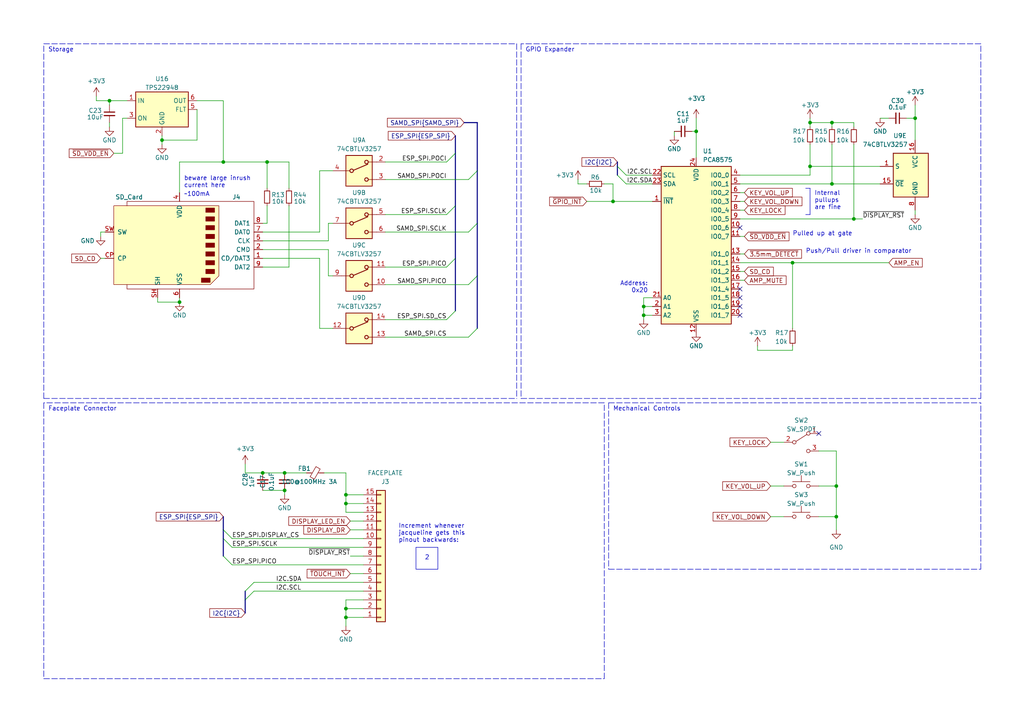
<source format=kicad_sch>
(kicad_sch (version 20230121) (generator eeschema)
  (paper "A4")
  (title_block (title "TANGARA") (date "2023-05-30") (rev "4") (company "made by jacqueline") (comment 1 "SPDX-License-Identifier: CERN-OHL-S-2.0"))
  (lib_symbols
    (symbol "74xx:74CBTLV3257"
      (property "Reference" "U" (at 17.78 1.27 0))
      (property "Value" "74CBTLV3257" (at 15.24 -1.27 0))
      (symbol "74CBTLV3257_1_1"
        (rectangle (start -3.81 4.445) (end 3.81 -4.445) (stroke (width 0.254)) (fill (type background)))
        (circle (center -2.159 0) (radius 0.508) (stroke (width 0.254)))
        (polyline (pts (xy -5.08 0) (xy -2.794 0)))
        (polyline (pts (xy -1.651 0.127) (xy 2.54 1.905)) (stroke (width 0.254)))
        (polyline (pts (xy 5.08 -2.54) (xy 2.794 -2.54)))
        (polyline (pts (xy 5.08 2.54) (xy 2.794 2.54)))
        (circle (center 2.159 -2.54) (radius 0.508) (stroke (width 0.254)))
        (circle (center 2.159 2.54) (radius 0.508) (stroke (width 0.254)))
        (pin passive line (at 7.62 2.54 180) (length 2.54) (name "~") (number "2"))
        (pin passive line (at 7.62 -2.54 180) (length 2.54) (name "~") (number "3"))
        (pin passive line (at -7.62 0 0) (length 2.54) (name "~") (number "4"))
      )
      (symbol "74CBTLV3257_2_1"
        (rectangle (start -3.81 4.445) (end 3.81 -4.445) (stroke (width 0.254)) (fill (type background)))
        (circle (center -2.159 0) (radius 0.508) (stroke (width 0.254)))
        (polyline (pts (xy -5.08 0) (xy -2.794 0)))
        (polyline (pts (xy -1.651 0.127) (xy 2.54 1.905)) (stroke (width 0.254)))
        (polyline (pts (xy 5.08 -2.54) (xy 2.794 -2.54)))
        (polyline (pts (xy 5.08 2.54) (xy 2.794 2.54)))
        (circle (center 2.159 -2.54) (radius 0.508) (stroke (width 0.254)))
        (circle (center 2.159 2.54) (radius 0.508) (stroke (width 0.254)))
        (pin passive line (at 7.62 2.54 180) (length 2.54) (name "~") (number "5"))
        (pin passive line (at 7.62 -2.54 180) (length 2.54) (name "~") (number "6"))
        (pin passive line (at -7.62 0 0) (length 2.54) (name "~") (number "7"))
      )
      (symbol "74CBTLV3257_3_1"
        (rectangle (start -3.81 4.445) (end 3.81 -4.445) (stroke (width 0.254)) (fill (type background)))
        (circle (center -2.159 0) (radius 0.508) (stroke (width 0.254)))
        (polyline (pts (xy -5.08 0) (xy -2.794 0)))
        (polyline (pts (xy -1.651 0.127) (xy 2.54 1.905)) (stroke (width 0.254)))
        (polyline (pts (xy 5.08 -2.54) (xy 2.794 -2.54)))
        (polyline (pts (xy 5.08 2.54) (xy 2.794 2.54)))
        (circle (center 2.159 -2.54) (radius 0.508) (stroke (width 0.254)))
        (circle (center 2.159 2.54) (radius 0.508) (stroke (width 0.254)))
        (pin passive line (at 7.62 -2.54 180) (length 2.54) (name "~") (number "10"))
        (pin passive line (at 7.62 2.54 180) (length 2.54) (name "~") (number "11"))
        (pin passive line (at -7.62 0 0) (length 2.54) (name "~") (number "9"))
      )
      (symbol "74CBTLV3257_4_1"
        (rectangle (start -3.81 4.445) (end 3.81 -4.445) (stroke (width 0.254)) (fill (type background)))
        (circle (center -2.159 0) (radius 0.508) (stroke (width 0.254)))
        (polyline (pts (xy -5.08 0) (xy -2.794 0)))
        (polyline (pts (xy -1.651 0.127) (xy 2.54 1.905)) (stroke (width 0.254)))
        (polyline (pts (xy 5.08 -2.54) (xy 2.794 -2.54)))
        (polyline (pts (xy 5.08 2.54) (xy 2.794 2.54)))
        (circle (center 2.159 -2.54) (radius 0.508) (stroke (width 0.254)))
        (circle (center 2.159 2.54) (radius 0.508) (stroke (width 0.254)))
        (pin passive line (at -7.62 0 0) (length 2.54) (name "~") (number "12"))
        (pin passive line (at 7.62 -2.54 180) (length 2.54) (name "~") (number "13"))
        (pin passive line (at 7.62 2.54 180) (length 2.54) (name "~") (number "14"))
      )
      (symbol "74CBTLV3257_5_1"
        (rectangle (start 3.81 6.35) (end -6.35 -6.35) (stroke (width 0.254)) (fill (type background)))
        (pin input line (at -10.16 2.54 0) (length 3.81) (name "S") (number "1"))
        (pin input line (at -10.16 -2.54 0) (length 3.81) (name "~{OE}") (number "15"))
        (pin power_in line (at 0 10.16 270) (length 3.81) (name "VCC") (number "16"))
        (pin power_in line (at 0 -10.16 90) (length 3.81) (name "GND") (number "8"))
      )
    )
    (symbol "Connector_Generic:Conn_01x15" (pin_names (offset 1.016) hide)
      (property "Reference" "J" (at 0 20.32 0))
      (property "Value" "Conn_01x15" (at 0 -20.32 0))
      (symbol "Conn_01x15_1_1"
        (rectangle (start -1.27 -17.653) (end 0 -17.907) (stroke (width 0.1524)))
        (rectangle (start -1.27 -15.113) (end 0 -15.367) (stroke (width 0.1524)))
        (rectangle (start -1.27 -12.573) (end 0 -12.827) (stroke (width 0.1524)))
        (rectangle (start -1.27 -10.033) (end 0 -10.287) (stroke (width 0.1524)))
        (rectangle (start -1.27 -7.493) (end 0 -7.747) (stroke (width 0.1524)))
        (rectangle (start -1.27 -4.953) (end 0 -5.207) (stroke (width 0.1524)))
        (rectangle (start -1.27 -2.413) (end 0 -2.667) (stroke (width 0.1524)))
        (rectangle (start -1.27 0.127) (end 0 -0.127) (stroke (width 0.1524)))
        (rectangle (start -1.27 2.667) (end 0 2.413) (stroke (width 0.1524)))
        (rectangle (start -1.27 5.207) (end 0 4.953) (stroke (width 0.1524)))
        (rectangle (start -1.27 7.747) (end 0 7.493) (stroke (width 0.1524)))
        (rectangle (start -1.27 10.287) (end 0 10.033) (stroke (width 0.1524)))
        (rectangle (start -1.27 12.827) (end 0 12.573) (stroke (width 0.1524)))
        (rectangle (start -1.27 15.367) (end 0 15.113) (stroke (width 0.1524)))
        (rectangle (start -1.27 17.907) (end 0 17.653) (stroke (width 0.1524)))
        (rectangle (start -1.27 19.05) (end 1.27 -19.05) (stroke (width 0.254)) (fill (type background)))
        (pin passive line (at -5.08 17.78 0) (length 3.81) (name "Pin_1") (number "1"))
        (pin passive line (at -5.08 -5.08 0) (length 3.81) (name "Pin_10") (number "10"))
        (pin passive line (at -5.08 -7.62 0) (length 3.81) (name "Pin_11") (number "11"))
        (pin passive line (at -5.08 -10.16 0) (length 3.81) (name "Pin_12") (number "12"))
        (pin passive line (at -5.08 -12.7 0) (length 3.81) (name "Pin_13") (number "13"))
        (pin passive line (at -5.08 -15.24 0) (length 3.81) (name "Pin_14") (number "14"))
        (pin passive line (at -5.08 -17.78 0) (length 3.81) (name "Pin_15") (number "15"))
        (pin passive line (at -5.08 15.24 0) (length 3.81) (name "Pin_2") (number "2"))
        (pin passive line (at -5.08 12.7 0) (length 3.81) (name "Pin_3") (number "3"))
        (pin passive line (at -5.08 10.16 0) (length 3.81) (name "Pin_4") (number "4"))
        (pin passive line (at -5.08 7.62 0) (length 3.81) (name "Pin_5") (number "5"))
        (pin passive line (at -5.08 5.08 0) (length 3.81) (name "Pin_6") (number "6"))
        (pin passive line (at -5.08 2.54 0) (length 3.81) (name "Pin_7") (number "7"))
        (pin passive line (at -5.08 0 0) (length 3.81) (name "Pin_8") (number "8"))
        (pin passive line (at -5.08 -2.54 0) (length 3.81) (name "Pin_9") (number "9"))
      )
    )
    (symbol "Device:C_Small" (pin_numbers hide) (pin_names (offset 0.254) hide)
      (property "Reference" "C" (at 0.254 1.778 0))
      (property "Value" "C_Small" (at 0.254 -2.032 0))
      (symbol "C_Small_0_1"
        (polyline (pts (xy -1.524 -0.508) (xy 1.524 -0.508)) (stroke (width 0.3302)))
        (polyline (pts (xy -1.524 0.508) (xy 1.524 0.508)) (stroke (width 0.3048)))
      )
      (symbol "C_Small_1_1"
        (pin passive line (at 0 2.54 270) (length 2.032) (name "~") (number "1"))
        (pin passive line (at 0 -2.54 90) (length 2.032) (name "~") (number "2"))
      )
    )
    (symbol "Device:Ferrite_Bead_Small" (pin_numbers hide) (pin_names (offset 0))
      (property "Reference" "FB" (at 1.905 1.27 0))
      (property "Value" "Device_Ferrite_Bead_Small" (at 1.905 -1.27 0))
      (symbol "Ferrite_Bead_Small_0_1"
        (polyline (pts (xy 0 -1.27) (xy 0 -0.7874)))
        (polyline (pts (xy 0 0.889) (xy 0 1.2954)))
        (polyline (pts (xy -1.8288 0.2794) (xy -1.1176 1.4986) (xy 1.8288 -0.2032) (xy 1.1176 -1.4224) (xy -1.8288 0.2794)))
      )
      (symbol "Ferrite_Bead_Small_1_1"
        (pin passive line (at 0 2.54 270) (length 1.27) (name "~") (number "1"))
        (pin passive line (at 0 -2.54 90) (length 1.27) (name "~") (number "2"))
      )
    )
    (symbol "Device:R_Small" (pin_numbers hide) (pin_names (offset 0.254) hide)
      (property "Reference" "R" (at 0.762 0.508 0))
      (property "Value" "R_Small" (at 0.762 -1.016 0))
      (symbol "R_Small_0_1"
        (rectangle (start -0.762 1.778) (end 0.762 -1.778) (stroke (width 0.2032)))
      )
      (symbol "R_Small_1_1"
        (pin passive line (at 0 2.54 270) (length 0.762) (name "~") (number "1"))
        (pin passive line (at 0 -2.54 90) (length 0.762) (name "~") (number "2"))
      )
    )
    (symbol "Interface_Expansion:PCA9555D"
      (property "Reference" "U" (at -8.89 24.13 0))
      (property "Value" "PCA9555D" (at 6.35 24.13 0))
      (symbol "PCA9555D_0_1"
        (rectangle (start -10.16 22.86) (end 10.16 -22.86) (stroke (width 0.254)) (fill (type background)))
      )
      (symbol "PCA9555D_1_1"
        (pin open_collector line (at -12.7 12.7 0) (length 2.54) (name "~{INT}") (number "1"))
        (pin bidirectional line (at 12.7 5.08 180) (length 2.54) (name "IO0_6") (number "10"))
        (pin bidirectional line (at 12.7 2.54 180) (length 2.54) (name "IO0_7") (number "11"))
        (pin power_in line (at 0 -25.4 90) (length 2.54) (name "VSS") (number "12"))
        (pin bidirectional line (at 12.7 -2.54 180) (length 2.54) (name "IO1_0") (number "13"))
        (pin bidirectional line (at 12.7 -5.08 180) (length 2.54) (name "IO1_1") (number "14"))
        (pin bidirectional line (at 12.7 -7.62 180) (length 2.54) (name "IO1_2") (number "15"))
        (pin bidirectional line (at 12.7 -10.16 180) (length 2.54) (name "IO1_3") (number "16"))
        (pin bidirectional line (at 12.7 -12.7 180) (length 2.54) (name "IO1_4") (number "17"))
        (pin bidirectional line (at 12.7 -15.24 180) (length 2.54) (name "IO1_5") (number "18"))
        (pin bidirectional line (at 12.7 -17.78 180) (length 2.54) (name "IO1_6") (number "19"))
        (pin input line (at -12.7 -17.78 0) (length 2.54) (name "A1") (number "2"))
        (pin bidirectional line (at 12.7 -20.32 180) (length 2.54) (name "IO1_7") (number "20"))
        (pin input line (at -12.7 -15.24 0) (length 2.54) (name "A0") (number "21"))
        (pin input line (at -12.7 20.32 0) (length 2.54) (name "SCL") (number "22"))
        (pin bidirectional line (at -12.7 17.78 0) (length 2.54) (name "SDA") (number "23"))
        (pin power_in line (at 0 25.4 270) (length 2.54) (name "VDD") (number "24"))
        (pin input line (at -12.7 -20.32 0) (length 2.54) (name "A2") (number "3"))
        (pin bidirectional line (at 12.7 20.32 180) (length 2.54) (name "IO0_0") (number "4"))
        (pin bidirectional line (at 12.7 17.78 180) (length 2.54) (name "IO0_1") (number "5"))
        (pin bidirectional line (at 12.7 15.24 180) (length 2.54) (name "IO0_2") (number "6"))
        (pin bidirectional line (at 12.7 12.7 180) (length 2.54) (name "IO0_3") (number "7"))
        (pin bidirectional line (at 12.7 10.16 180) (length 2.54) (name "IO0_4") (number "8"))
        (pin bidirectional line (at 12.7 7.62 180) (length 2.54) (name "IO0_5") (number "9"))
      )
    )
    (symbol "Switch:SW_Push" (pin_numbers hide) (pin_names (offset 1.016) hide)
      (property "Reference" "SW" (at 1.27 2.54 0))
      (property "Value" "SW_Push" (at 0 -1.524 0))
      (symbol "SW_Push_0_1"
        (circle (center -2.032 0) (radius 0.508))
        (polyline (pts (xy 0 1.27) (xy 0 3.048)))
        (polyline (pts (xy 2.54 1.27) (xy -2.54 1.27)))
        (circle (center 2.032 0) (radius 0.508))
        (pin passive line (at -5.08 0 0) (length 2.54) (name "1") (number "1"))
        (pin passive line (at 5.08 0 180) (length 2.54) (name "2") (number "2"))
      )
    )
    (symbol "Switch:SW_SPDT" (pin_names (offset 0) hide)
      (property "Reference" "SW" (at 0 4.318 0))
      (property "Value" "SW_SPDT" (at 0 -5.08 0))
      (symbol "SW_SPDT_0_0"
        (circle (center -2.032 0) (radius 0.508))
        (circle (center 2.032 -2.54) (radius 0.508))
      )
      (symbol "SW_SPDT_0_1"
        (polyline (pts (xy -1.524 0.254) (xy 1.651 2.286)))
        (circle (center 2.032 2.54) (radius 0.508))
      )
      (symbol "SW_SPDT_1_1"
        (pin passive line (at 5.08 2.54 180) (length 2.54) (name "A") (number "1"))
        (pin passive line (at -5.08 0 0) (length 2.54) (name "B") (number "2"))
        (pin passive line (at 5.08 -2.54 180) (length 2.54) (name "C") (number "3"))
      )
    )
    (symbol "power:+3V3" (power) (pin_names (offset 0))
      (property "Value" "+3V3" (at 0 3.556 0))
      (symbol "+3V3_0_1"
        (polyline (pts (xy -0.762 1.27) (xy 0 2.54)))
        (polyline (pts (xy 0 0) (xy 0 2.54)))
        (polyline (pts (xy 0 2.54) (xy 0.762 1.27)))
      )
      (symbol "+3V3_1_1"
        (pin power_in line (at 0 0 90) (length 0) hide (name "+3V3") (number "1"))
      )
    )
    (symbol "power:GND" (power) (pin_names (offset 0))
      (property "Value" "GND" (at 0 -3.81 0))
      (symbol "GND_0_1"
        (polyline (pts (xy 0 0) (xy 0 -1.27) (xy 1.27 -1.27) (xy 0 -2.54) (xy -1.27 -1.27) (xy 0 -1.27)))
      )
      (symbol "GND_1_1"
        (pin power_in line (at 0 0 270) (length 0) hide (name "GND") (number "1"))
      )
    )
    (symbol "symbols:SD_Card" (pin_names (offset 1.016))
      (property "Reference" "J" (at -16.51 13.97 0))
      (property "Value" "SD_Card" (at 15.24 -13.97 0))
      (symbol "SD_Card_0_1"
        (rectangle (start -8.89 -9.525) (end -6.35 -10.795) (fill (type outline)))
        (rectangle (start -8.89 -6.985) (end -6.35 -8.255) (fill (type outline)))
        (rectangle (start -8.89 -4.445) (end -6.35 -5.715) (fill (type outline)))
        (rectangle (start -8.89 -1.905) (end -6.35 -3.175) (fill (type outline)))
        (rectangle (start -8.89 0.635) (end -6.35 -0.635) (fill (type outline)))
        (rectangle (start -8.89 3.175) (end -6.35 1.905) (fill (type outline)))
        (rectangle (start -8.89 5.715) (end -6.35 4.445) (fill (type outline)))
        (rectangle (start -8.89 8.255) (end -6.35 6.985) (fill (type outline)))
        (rectangle (start -7.62 10.795) (end -5.08 9.525) (fill (type outline)))
        (polyline (pts (xy -10.16 8.89) (xy -7.62 11.43) (xy 20.32 11.43) (xy 20.32 -11.43) (xy -10.16 -11.43) (xy -10.16 8.89)) (fill (type background)))
        (polyline (pts (xy 16.51 11.43) (xy 16.51 12.7) (xy -20.32 12.7) (xy -20.32 -12.7) (xy 16.51 -12.7) (xy 16.51 -11.43)))
      )
      (symbol "SD_Card_1_1"
        (pin input line (at -22.86 3.81 0) (length 2.54) (name "CD/DAT3") (number "1"))
        (pin input line (at -22.86 1.27 0) (length 2.54) (name "CMD") (number "2"))
        (pin power_in line (at 1.27 15.24 270) (length 2.54) hide (name "VSS") (number "3"))
        (pin power_in line (at 1.27 -15.24 90) (length 2.54) (name "VDD") (number "4"))
        (pin input line (at -22.86 -1.27 0) (length 2.54) (name "CLK") (number "5"))
        (pin power_in line (at 1.27 15.24 270) (length 2.54) (name "VSS") (number "6"))
        (pin input line (at -22.86 -3.81 0) (length 2.54) (name "DAT0") (number "7"))
        (pin input line (at -22.86 -6.35 0) (length 2.54) (name "DAT1") (number "8"))
        (pin input line (at -22.86 6.35 0) (length 2.54) (name "DAT2") (number "9"))
        (pin input line (at 22.86 3.81 180) (length 2.54) (name "CP") (number "CP"))
        (pin input line (at 7.62 15.24 270) (length 2.54) (name "SH") (number "SH"))
        (pin input line (at 22.86 -3.81 180) (length 2.54) (name "SW") (number "SW"))
      )
    )
    (symbol "symbols:TPS22917DBV"
      (property "Reference" "U" (at -6.35 6.35 0))
      (property "Value" "TPS22948" (at 2.54 6.35 0))
      (symbol "TPS22917DBV_0_1"
        (rectangle (start -7.62 5.08) (end 7.62 -5.08) (stroke (width 0.254)) (fill (type background)))
      )
      (symbol "TPS22917DBV_1_1"
        (pin power_in line (at -10.16 2.54 0) (length 2.54) (name "IN") (number "1"))
        (pin power_in line (at 0 -7.62 90) (length 2.54) (name "GND") (number "2"))
        (pin input line (at -10.16 -2.54 0) (length 2.54) (name "ON") (number "3"))
        (pin no_connect line (at -7.62 0 0) (length 2.54) hide (name "NC") (number "4"))
        (pin open_collector line (at 10.16 0 180) (length 2.54) (name "FLT") (number "5"))
        (pin power_out line (at 10.16 2.54 180) (length 2.54) (name "OUT") (number "6"))
      )
    )
  )
  (junction (at 82.55 137.16))
  (junction (at 186.69 91.44))
  (junction (at 100.33 146.05))
  (junction (at 46.99 40.64))
  (junction (at 64.77 46.99))
  (junction (at 52.07 87.63))
  (junction (at 100.33 176.53))
  (junction (at 234.95 48.26))
  (junction (at 100.33 179.07))
  (junction (at 265.43 34.29))
  (junction (at 76.2 137.16))
  (junction (at 82.55 142.24))
  (junction (at 242.57 149.86))
  (junction (at 234.95 35.56))
  (junction (at 241.3 53.34))
  (junction (at 100.33 143.51))
  (junction (at 229.87 76.2))
  (junction (at 31.75 29.21))
  (junction (at 201.93 38.1))
  (junction (at 186.69 88.9))
  (junction (at 241.3 35.56))
  (junction (at 247.65 63.5))
  (junction (at 242.57 140.97))
  (junction (at 77.47 46.99))
  (junction (at 177.8 58.42))
  (no_connect (at 214.63 86.36))
  (no_connect (at 214.63 83.82))
  (no_connect (at 214.63 91.44))
  (no_connect (at 237.49 125.73))
  (no_connect (at 214.63 88.9))
  (no_connect (at 214.63 66.04))
  (bus_entry (at 67.31 158.75) (size -2.54 -2.54))
  (bus_entry (at 179.07 48.26) (size 2.54 2.54))
  (bus_entry (at 129.54 77.47) (size 2.54 -2.54))
  (bus_entry (at 129.54 92.71) (size 2.54 -2.54))
  (bus_entry (at 129.54 46.99) (size 2.54 -2.54))
  (bus_entry (at 129.54 62.23) (size 2.54 -2.54))
  (bus_entry (at 179.07 50.8) (size 2.54 2.54))
  (bus_entry (at 135.89 52.07) (size 2.54 -2.54))
  (bus_entry (at 135.89 82.55) (size 2.54 -2.54))
  (bus_entry (at 135.89 67.31) (size 2.54 -2.54))
  (bus_entry (at 67.31 163.83) (size -2.54 -2.54))
  (bus_entry (at 71.12 171.45) (size 2.54 -2.54))
  (bus_entry (at 71.12 173.99) (size 2.54 -2.54))
  (bus_entry (at 135.89 97.79) (size 2.54 -2.54))
  (bus_entry (at 67.31 156.21) (size -2.54 -2.54))
  (wire (pts (xy 186.69 88.9) (xy 186.69 91.44)))
  (wire (pts (xy 186.69 91.44) (xy 186.69 92.71)))
  (bus (pts (xy 64.77 153.67) (xy 64.77 156.21)))
  (wire (pts (xy 242.57 140.97) (xy 242.57 149.86)))
  (wire (pts (xy 67.31 156.21) (xy 105.41 156.21)))
  (polyline (pts (xy 12.7 12.7) (xy 149.86 12.7)) (stroke (width 0) (type dash)))
  (polyline (pts (xy 176.53 116.84) (xy 176.53 165.1)) (stroke (width 0) (type dash)))
  (wire (pts (xy 219.71 100.33) (xy 219.71 101.6)))
  (wire (pts (xy 93.98 137.16) (xy 100.33 137.16)))
  (wire (pts (xy 237.49 130.81) (xy 242.57 130.81)))
  (wire (pts (xy 234.95 41.91) (xy 234.95 48.26)))
  (wire (pts (xy 76.2 142.24) (xy 82.55 142.24)))
  (wire (pts (xy 250.19 63.5) (xy 247.65 63.5)))
  (bus (pts (xy 134.62 35.56) (xy 138.43 35.56)))
  (polyline (pts (xy 234.95 62.23) (xy 234.95 54.61)))
  (wire (pts (xy 100.33 179.07) (xy 105.41 179.07)))
  (bus (pts (xy 71.12 171.45) (xy 71.12 173.99)))
  (wire (pts (xy 52.07 87.63) (xy 52.07 86.36)))
  (wire (pts (xy 265.43 30.48) (xy 265.43 34.29)))
  (wire (pts (xy 201.93 34.29) (xy 201.93 38.1)))
  (wire (pts (xy 92.71 49.53) (xy 92.71 67.31)))
  (wire (pts (xy 57.15 40.64) (xy 46.99 40.64)))
  (wire (pts (xy 214.63 76.2) (xy 229.87 76.2)))
  (wire (pts (xy 57.15 29.21) (xy 64.77 29.21)))
  (wire (pts (xy 101.6 153.67) (xy 105.41 153.67)))
  (wire (pts (xy 177.8 53.34) (xy 177.8 58.42)))
  (wire (pts (xy 77.47 46.99) (xy 83.82 46.99)))
  (wire (pts (xy 215.9 81.28) (xy 214.63 81.28)))
  (bus (pts (xy 132.08 44.45) (xy 132.08 59.69)))
  (wire (pts (xy 234.95 50.8) (xy 234.95 48.26)))
  (wire (pts (xy 31.75 35.56) (xy 31.75 36.83)))
  (wire (pts (xy 242.57 130.81) (xy 242.57 140.97)))
  (wire (pts (xy 175.26 53.34) (xy 177.8 53.34)))
  (wire (pts (xy 241.3 35.56) (xy 247.65 35.56)))
  (polyline (pts (xy 176.53 116.84) (xy 284.48 116.84)) (stroke (width 0) (type dash)))
  (wire (pts (xy 214.63 58.42) (xy 215.9 58.42)))
  (wire (pts (xy 35.56 34.29) (xy 35.56 44.45)))
  (wire (pts (xy 170.18 58.42) (xy 177.8 58.42)))
  (wire (pts (xy 214.63 53.34) (xy 241.3 53.34)))
  (wire (pts (xy 95.25 72.39) (xy 95.25 80.01)))
  (polyline (pts (xy 151.13 12.7) (xy 151.13 115.57)) (stroke (width 0) (type dash)))
  (wire (pts (xy 247.65 41.91) (xy 247.65 63.5)))
  (wire (pts (xy 76.2 137.16) (xy 82.55 137.16)))
  (wire (pts (xy 100.33 181.61) (xy 100.33 179.07)))
  (wire (pts (xy 67.31 158.75) (xy 105.41 158.75)))
  (wire (pts (xy 181.61 53.34) (xy 189.23 53.34)))
  (wire (pts (xy 31.75 29.21) (xy 31.75 30.48)))
  (wire (pts (xy 100.33 176.53) (xy 100.33 179.07)))
  (wire (pts (xy 92.71 74.93) (xy 92.71 95.25)))
  (wire (pts (xy 100.33 137.16) (xy 100.33 143.51)))
  (wire (pts (xy 45.72 86.36) (xy 45.72 87.63)))
  (wire (pts (xy 111.76 97.79) (xy 135.89 97.79)))
  (wire (pts (xy 167.64 53.34) (xy 170.18 53.34)))
  (wire (pts (xy 76.2 67.31) (xy 92.71 67.31)))
  (wire (pts (xy 29.21 67.31) (xy 29.21 68.58)))
  (polyline (pts (xy 151.13 115.57) (xy 284.48 115.57)) (stroke (width 0) (type dash)))
  (wire (pts (xy 71.12 137.16) (xy 76.2 137.16)))
  (wire (pts (xy 46.99 39.37) (xy 46.99 40.64)))
  (wire (pts (xy 247.65 35.56) (xy 247.65 36.83)))
  (bus (pts (xy 132.08 74.93) (xy 132.08 90.17)))
  (wire (pts (xy 189.23 88.9) (xy 186.69 88.9)))
  (wire (pts (xy 64.77 29.21) (xy 64.77 46.99)))
  (wire (pts (xy 189.23 86.36) (xy 186.69 86.36)))
  (wire (pts (xy 237.49 140.97) (xy 242.57 140.97)))
  (wire (pts (xy 200.66 38.1) (xy 201.93 38.1)))
  (bus (pts (xy 138.43 35.56) (xy 138.43 49.53)))
  (wire (pts (xy 95.25 80.01) (xy 96.52 80.01)))
  (wire (pts (xy 71.12 134.62) (xy 71.12 137.16)))
  (wire (pts (xy 229.87 100.33) (xy 229.87 101.6)))
  (bus (pts (xy 179.07 46.99) (xy 179.07 48.26)))
  (wire (pts (xy 101.6 161.29) (xy 105.41 161.29)))
  (wire (pts (xy 92.71 95.25) (xy 96.52 95.25)))
  (wire (pts (xy 33.02 44.45) (xy 35.56 44.45)))
  (wire (pts (xy 64.77 46.99) (xy 77.47 46.99)))
  (polyline (pts (xy 284.48 165.1) (xy 284.48 116.84)) (stroke (width 0) (type dash)))
  (wire (pts (xy 215.9 68.58) (xy 214.63 68.58)))
  (wire (pts (xy 255.27 34.29) (xy 257.81 34.29)))
  (wire (pts (xy 77.47 46.99) (xy 77.47 54.61)))
  (wire (pts (xy 214.63 55.88) (xy 215.9 55.88)))
  (wire (pts (xy 95.25 69.85) (xy 95.25 64.77)))
  (wire (pts (xy 234.95 48.26) (xy 255.27 48.26)))
  (wire (pts (xy 214.63 50.8) (xy 234.95 50.8)))
  (wire (pts (xy 111.76 92.71) (xy 129.54 92.71)))
  (wire (pts (xy 57.15 31.75) (xy 57.15 40.64)))
  (wire (pts (xy 234.95 35.56) (xy 234.95 36.83)))
  (polyline (pts (xy 12.7 196.85) (xy 175.26 196.85)) (stroke (width 0) (type dash)))
  (wire (pts (xy 100.33 143.51) (xy 105.41 143.51)))
  (wire (pts (xy 177.8 58.42) (xy 189.23 58.42)))
  (wire (pts (xy 111.76 77.47) (xy 129.54 77.47)))
  (wire (pts (xy 111.76 52.07) (xy 135.89 52.07)))
  (wire (pts (xy 101.6 166.37) (xy 105.41 166.37)))
  (wire (pts (xy 73.66 171.45) (xy 105.41 171.45)))
  (bus (pts (xy 179.07 48.26) (xy 179.07 50.8)))
  (wire (pts (xy 195.58 38.1) (xy 195.58 39.37)))
  (wire (pts (xy 167.64 52.07) (xy 167.64 53.34)))
  (wire (pts (xy 83.82 54.61) (xy 83.82 46.99)))
  (wire (pts (xy 219.71 101.6) (xy 229.87 101.6)))
  (wire (pts (xy 215.9 73.66) (xy 214.63 73.66)))
  (polyline (pts (xy 12.7 115.57) (xy 149.86 115.57)) (stroke (width 0) (type dash)))
  (wire (pts (xy 247.65 63.5) (xy 214.63 63.5)))
  (bus (pts (xy 138.43 64.77) (xy 138.43 80.01)))
  (wire (pts (xy 241.3 53.34) (xy 255.27 53.34)))
  (wire (pts (xy 229.87 76.2) (xy 257.81 76.2)))
  (polyline (pts (xy 175.26 196.85) (xy 175.26 116.84)) (stroke (width 0) (type dash)))
  (wire (pts (xy 100.33 148.59) (xy 100.33 146.05)))
  (wire (pts (xy 265.43 34.29) (xy 265.43 40.64)))
  (polyline (pts (xy 12.7 115.57) (xy 12.7 12.7)) (stroke (width 0) (type dash)))
  (wire (pts (xy 105.41 146.05) (xy 100.33 146.05)))
  (polyline (pts (xy 176.53 165.1) (xy 284.48 165.1)) (stroke (width 0) (type dash)))
  (wire (pts (xy 265.43 62.23) (xy 265.43 60.96)))
  (wire (pts (xy 46.99 41.91) (xy 46.99 40.64)))
  (wire (pts (xy 111.76 82.55) (xy 135.89 82.55)))
  (polyline (pts (xy 12.7 116.84) (xy 12.7 196.85)) (stroke (width 0) (type dash)))
  (bus (pts (xy 64.77 156.21) (xy 64.77 161.29)))
  (bus (pts (xy 132.08 39.37) (xy 132.08 44.45)))
  (wire (pts (xy 73.66 168.91) (xy 105.41 168.91)))
  (wire (pts (xy 52.07 55.88) (xy 52.07 46.99)))
  (wire (pts (xy 27.94 29.21) (xy 31.75 29.21)))
  (wire (pts (xy 111.76 67.31) (xy 135.89 67.31)))
  (polyline (pts (xy 175.26 116.84) (xy 12.7 116.84)) (stroke (width 0) (type dash)))
  (wire (pts (xy 77.47 59.69) (xy 77.47 64.77)))
  (wire (pts (xy 201.93 38.1) (xy 201.93 45.72)))
  (wire (pts (xy 234.95 35.56) (xy 241.3 35.56)))
  (wire (pts (xy 82.55 142.24) (xy 82.55 143.51)))
  (polyline (pts (xy 233.68 62.23) (xy 234.95 62.23)))
  (bus (pts (xy 132.08 59.69) (xy 132.08 74.93)))
  (wire (pts (xy 36.83 34.29) (xy 35.56 34.29)))
  (wire (pts (xy 101.6 151.13) (xy 105.41 151.13)))
  (wire (pts (xy 83.82 59.69) (xy 83.82 77.47)))
  (wire (pts (xy 96.52 49.53) (xy 92.71 49.53)))
  (wire (pts (xy 31.75 29.21) (xy 36.83 29.21)))
  (wire (pts (xy 76.2 64.77) (xy 77.47 64.77)))
  (polyline (pts (xy 284.48 12.7) (xy 151.13 12.7)) (stroke (width 0) (type dash)))
  (wire (pts (xy 30.48 67.31) (xy 29.21 67.31)))
  (wire (pts (xy 76.2 72.39) (xy 95.25 72.39)))
  (polyline (pts (xy 233.68 54.61) (xy 234.95 54.61)))
  (wire (pts (xy 105.41 148.59) (xy 100.33 148.59)))
  (wire (pts (xy 241.3 41.91) (xy 241.3 53.34)))
  (wire (pts (xy 262.89 34.29) (xy 265.43 34.29)))
  (wire (pts (xy 100.33 173.99) (xy 100.33 176.53)))
  (wire (pts (xy 76.2 74.93) (xy 92.71 74.93)))
  (polyline (pts (xy 149.86 12.7) (xy 149.86 115.57)) (stroke (width 0) (type dash)))
  (wire (pts (xy 111.76 46.99) (xy 129.54 46.99)))
  (wire (pts (xy 215.9 78.74) (xy 214.63 78.74)))
  (wire (pts (xy 234.95 34.29) (xy 234.95 35.56)))
  (wire (pts (xy 82.55 137.16) (xy 88.9 137.16)))
  (wire (pts (xy 111.76 62.23) (xy 129.54 62.23)))
  (bus (pts (xy 64.77 149.86) (xy 64.77 153.67)))
  (wire (pts (xy 76.2 69.85) (xy 95.25 69.85)))
  (wire (pts (xy 181.61 50.8) (xy 189.23 50.8)))
  (wire (pts (xy 95.25 64.77) (xy 96.52 64.77)))
  (wire (pts (xy 237.49 149.86) (xy 242.57 149.86)))
  (bus (pts (xy 71.12 173.99) (xy 71.12 177.8)))
  (wire (pts (xy 100.33 146.05) (xy 100.33 143.51)))
  (wire (pts (xy 189.23 91.44) (xy 186.69 91.44)))
  (wire (pts (xy 45.72 87.63) (xy 52.07 87.63)))
  (wire (pts (xy 242.57 149.86) (xy 242.57 153.67)))
  (polyline (pts (xy 284.48 115.57) (xy 284.48 12.7)) (stroke (width 0) (type dash)))
  (wire (pts (xy 27.94 27.94) (xy 27.94 29.21)))
  (wire (pts (xy 186.69 86.36) (xy 186.69 88.9)))
  (wire (pts (xy 223.52 140.97) (xy 227.33 140.97)))
  (wire (pts (xy 52.07 46.99) (xy 64.77 46.99)))
  (bus (pts (xy 138.43 49.53) (xy 138.43 64.77)))
  (wire (pts (xy 215.9 60.96) (xy 214.63 60.96)))
  (wire (pts (xy 105.41 176.53) (xy 100.33 176.53)))
  (wire (pts (xy 76.2 77.47) (xy 83.82 77.47)))
  (wire (pts (xy 105.41 173.99) (xy 100.33 173.99)))
  (wire (pts (xy 223.52 149.86) (xy 227.33 149.86)))
  (bus (pts (xy 138.43 80.01) (xy 138.43 95.25)))
  (wire (pts (xy 67.31 163.83) (xy 105.41 163.83)))
  (wire (pts (xy 241.3 35.56) (xy 241.3 36.83)))
  (wire (pts (xy 229.87 76.2) (xy 229.87 95.25)))
  (wire (pts (xy 29.21 74.93) (xy 30.48 74.93)))
  (wire (pts (xy 223.52 128.27) (xy 227.33 128.27)))
  (rectangle (start 120.65 158.75) (end 127 165.1))
  (text "GPIO Expander" (at 152.4 15.24 0) (effects (font (size 1.27 1.27)) (justify left bottom)))
  (text "beware large inrush\ncurrent here" (at 53.34 54.61 0) (effects (font (size 1.27 1.27)) (justify left bottom)))
  (text "Internal\npullups\nare fine" (at 236.22 60.96 0) (effects (font (size 1.27 1.27)) (justify left bottom)))
  (text "~100mA" (at 53.34 57.15 0) (effects (font (size 1.27 1.27)) (justify left bottom)))
  (text "Increment whenever\njacqueline gets this\npinout backwards:" (at 115.57 157.48 0) (effects (font (size 1.27 1.27)) (justify left bottom)))
  (text "Pulled up at gate" (at 229.87 68.58 0) (effects (font (size 1.27 1.27)) (justify left bottom)))
  (text "Storage" (at 13.97 15.24 0) (effects (font (size 1.27 1.27)) (justify left bottom)))
  (text "Mechanical Controls" (at 177.8 119.38 0) (effects (font (size 1.27 1.27)) (justify left bottom)))
  (text "2" (at 123.19 162.56 0) (effects (font (size 1.27 1.27)) (justify left bottom)))
  (text "Push/Pull driver in comparator" (at 233.68 73.66 0) (effects (font (size 1.27 1.27)) (justify left bottom)))
  (text "Faceplate Connector" (at 13.97 119.38 0) (effects (font (size 1.27 1.27)) (justify left bottom)))
  (text "Address:\n0x20" (at 187.96 85.09 0) (effects (font (size 1.27 1.27)) (justify right bottom)))
  (label "SAMD_SPI.POCI" (at 129.54 52.07 180))
  (label "I2C.SDA" (at 80.01 168.91 0))
  (label "I2C.SCL" (at 189.23 50.8 180))
  (label "SAMD_SPI.PICO" (at 129.54 82.55 180))
  (label "ESP_SPI.PICO" (at 129.54 77.47 180))
  (label "ESP_SPI.SD_CS" (at 129.54 92.71 180))
  (label "ESP_SPI.POCI" (at 129.54 46.99 180))
  (label "ESP_SPI.PICO" (at 67.31 163.83 0))
  (label "SAMD_SPI.SCLK" (at 129.54 67.31 180))
  (label "~{DISPLAY_RST}" (at 101.6 161.29 180) (property "Intersheetrefs" "${INTERSHEET_REFS}" (effects hide)))
  (label "ESP_SPI.DISPLAY_CS" (at 67.31 156.21 0))
  (label "SAMD_SPI.CS" (at 129.54 97.79 180))
  (label "ESP_SPI.SCLK" (at 67.31 158.75 0))
  (label "I2C.SDA" (at 189.23 53.34 180))
  (label "~{DISPLAY_RST}" (at 250.19 63.5 0) (property "Intersheetrefs" "${INTERSHEET_REFS}" (effects hide)))
  (label "ESP_SPI.SCLK" (at 129.54 62.23 180))
  (label "I2C.SCL" (at 80.01 171.45 0))
  (global_label "ESP_SPI{ESP_SPI}" (shape input) (at 132.08 39.37 180) (property "Intersheetrefs" "${INTERSHEET_REFS}" (effects hide)))
  (global_label "DISPLAY_LED_EN" (shape input) (at 101.6 151.13 180) (property "Intersheetrefs" "${INTERSHEET_REFS}" (effects hide)))
  (global_label "KEY_VOL_DOWN" (shape input) (at 223.52 149.86 180) (property "Intersheetrefs" "${INTERSHEET_REFS}" (effects hide)))
  (global_label "KEY_LOCK" (shape input) (at 223.52 128.27 180) (property "Intersheetrefs" "${INTERSHEET_REFS}" (effects hide)))
  (global_label "SD_CD" (shape input) (at 29.21 74.93 180) (property "Intersheetrefs" "${INTERSHEET_REFS}" (effects hide)))
  (global_label "KEY_LOCK" (shape input) (at 215.9 60.96 0) (property "Intersheetrefs" "${INTERSHEET_REFS}" (effects hide)))
  (global_label "SD_CD" (shape input) (at 215.9 78.74 0) (property "Intersheetrefs" "${INTERSHEET_REFS}" (effects hide)))
  (global_label "I2C{I2C}" (shape input) (at 71.12 177.8 180) (property "Intersheetrefs" "${INTERSHEET_REFS}" (effects hide)))
  (global_label "SAMD_SPI{SAMD_SPI}" (shape input) (at 134.62 35.56 180) (property "Intersheetrefs" "${INTERSHEET_REFS}" (effects hide)))
  (global_label "KEY_VOL_UP" (shape input) (at 215.9 55.88 0) (property "Intersheetrefs" "${INTERSHEET_REFS}" (effects hide)))
  (global_label "AMP_MUTE" (shape input) (at 215.9 81.28 0) (property "Intersheetrefs" "${INTERSHEET_REFS}" (effects hide)))
  (global_label "~{SD_VDD_EN}" (shape input) (at 33.02 44.45 180) (property "Intersheetrefs" "${INTERSHEET_REFS}" (effects hide)))
  (global_label "~{3.5mm_DETECT}" (shape input) (at 215.9 73.66 0) (property "Intersheetrefs" "${INTERSHEET_REFS}" (effects hide)))
  (global_label "~{TOUCH_INT}" (shape input) (at 101.6 166.37 180) (property "Intersheetrefs" "${INTERSHEET_REFS}" (effects hide)))
  (global_label "I2C{I2C}" (shape input) (at 179.07 46.99 180) (property "Intersheetrefs" "${INTERSHEET_REFS}" (effects hide)))
  (global_label "~{SD_VDD_EN}" (shape input) (at 215.9 68.58 0) (property "Intersheetrefs" "${INTERSHEET_REFS}" (effects hide)))
  (global_label "ESP_SPI{ESP_SPI}" (shape input) (at 64.77 149.86 180) (property "Intersheetrefs" "${INTERSHEET_REFS}" (effects hide)))
  (global_label "DISPLAY_DR" (shape input) (at 101.6 153.67 180) (property "Intersheetrefs" "${INTERSHEET_REFS}" (effects hide)))
  (global_label "~{GPIO_INT}" (shape input) (at 170.18 58.42 180) (property "Intersheetrefs" "${INTERSHEET_REFS}" (effects hide)))
  (global_label "AMP_EN" (shape input) (at 257.81 76.2 0) (property "Intersheetrefs" "${INTERSHEET_REFS}" (effects hide)))
  (global_label "KEY_VOL_UP" (shape input) (at 223.52 140.97 180) (property "Intersheetrefs" "${INTERSHEET_REFS}" (effects hide)))
  (global_label "KEY_VOL_DOWN" (shape input) (at 215.9 58.42 0) (property "Intersheetrefs" "${INTERSHEET_REFS}" (effects hide)))
  (symbol (lib_id "Device:R_Small") (at 77.47 57.15 0) (unit 1)
    (property "Reference" "R13" (at 80.645 56.515 0))
    (property "Value" "10k" (at 80.645 58.42 0))
    (property "Footprint" "Resistor_SMD:R_0603_1608Metric" (effects hide))
    (property "MPN" "AC0603JR-0710KL" (effects hide))
  )
  (symbol (lib_id "power:GND") (at 242.57 153.67 0) (unit 1)
    (property "Reference" "#PWR0413" (effects hide))
    (property "Value" "GND" (at 242.57 158.75 0))
  )
  (symbol (lib_id "Device:C_Small") (at 260.35 34.29 270) (unit 1)
    (property "Reference" "C30" (at 260.35 29.21 90))
    (property "Value" "0.1uF" (at 260.35 31.115 90))
    (property "Footprint" "Capacitor_SMD:C_0603_1608Metric" (effects hide))
    (property "MPN" "GCM188R71C104KA37J" (effects hide))
  )
  (symbol (lib_id "Interface_Expansion:PCA9555D") (at 201.93 71.12 0) (unit 1)
    (property "Reference" "U1" (at 203.835 43.815 0) (effects (justify left)))
    (property "Value" "PCA8575" (at 203.835 46.355 0) (effects (justify left)))
    (property "Footprint" "Package_SO:SSOP-24_5.3x8.2mm_P0.65mm" (effects hide))
    (property "Datasheet" "https://www.nxp.com/docs/en/data-sheet/PCA9555.pdf" (effects hide))
    (property "MPN" "PCA8575PW" (effects hide))
  )
  (symbol (lib_id "Device:R_Small") (at 83.82 57.15 0) (unit 1)
    (property "Reference" "R44" (at 86.995 56.515 0))
    (property "Value" "10k" (at 86.995 58.42 0))
    (property "Footprint" "Resistor_SMD:R_0603_1608Metric" (effects hide))
    (property "MPN" "AC0603JR-0710KL" (effects hide))
  )
  (symbol (lib_id "Switch:SW_SPDT") (at 232.41 128.27 0) (unit 1)
    (property "Reference" "SW2" (at 232.41 121.92 0))
    (property "Value" "SW_SPDT" (at 232.41 124.46 0))
    (property "Footprint" "Button_Switch_SMD:SW_SPDT_CK-JS102011SAQN" (effects hide))
    (property "MPN" "JS102011SAQN" (effects hide))
  )
  (symbol (lib_id "Device:Ferrite_Bead_Small") (at 91.44 137.16 90) (unit 1)
    (property "Reference" "FB1" (at 90.17 135.89 90) (effects (justify left)))
    (property "Value" "100@100MHz 3A" (at 97.79 139.7 90) (effects (justify left)))
    (property "Footprint" "Inductor_SMD:L_0603_1608Metric" (effects hide))
    (property "MPN" "BLM18KG101TN1D" (effects hide))
    (instances (project "gay-ipod" (path "" (reference "FB1") (unit 1)) (path "" (reference "FB2") (unit 1))) (project "reform2-motherboard" (path "" (reference "FB17") (unit 1))))
  )
  (symbol (lib_id "power:GND") (at 195.58 39.37 0) (unit 1)
    (property "Reference" "#PWR0410" (effects hide))
    (property "Value" "GND" (at 195.58 43.18 0))
  )
  (symbol (lib_id "Device:C_Small") (at 198.12 38.1 270) (unit 1)
    (property "Reference" "C11" (at 198.12 33.02 90))
    (property "Value" "1uF" (at 198.12 34.925 90))
    (property "Footprint" "Capacitor_SMD:C_0805_2012Metric" (effects hide))
    (property "MPN" "GRM216R61C105KA88D" (effects hide))
  )
  (symbol (lib_id "power:GND") (at 46.99 41.91 0) (unit 1)
    (property "Reference" "#PWR0402" (effects hide))
    (property "Value" "GND" (at 46.99 45.72 0))
  )
  (symbol (lib_id "power:GND") (at 31.75 36.83 0) (unit 1)
    (property "Reference" "#PWR0402" (effects hide))
    (property "Value" "GND" (at 31.75 40.64 0))
  )
  (symbol (lib_id "Connector_Generic:Conn_01x15") (at 110.49 161.29 0) (mirror x) (unit 1)
    (property "Reference" "J3" (at 111.76 139.7 0))
    (property "Value" "FACEPLATE" (at 111.76 137.16 0))
    (property "Footprint" "footprints:molex_5052781533" (effects hide))
    (property "MPN" "5052781533" (effects hide))
  )
  (symbol (lib_id "74xx:74CBTLV3257") (at 104.14 95.25 0) (unit 4)
    (property "Reference" "U9" (at 104.14 86.36 0))
    (property "Value" "74CBTLV3257" (at 104.14 88.9 0))
    (property "Footprint" "Package_SO:TSSOP-16_4.4x5mm_P0.65mm" (effects hide))
    (property "Datasheet" "http://www.ti.com/lit/ds/symlink/sn74cbtlv3257.pdf" (effects hide))
    (property "MPN" "74CBTLV3257PW-Q10J" (effects hide))
  )
  (symbol (lib_id "power:+3V3") (at 265.43 30.48 0) (unit 1)
    (property "Reference" "#PWR0416" (effects hide))
    (property "Value" "+3V3" (at 265.43 26.67 0))
  )
  (symbol (lib_id "74xx:74CBTLV3257") (at 104.14 49.53 0) (unit 1)
    (property "Reference" "U9" (at 104.14 40.64 0))
    (property "Value" "74CBTLV3257" (at 104.14 43.18 0))
    (property "Footprint" "Package_SO:TSSOP-16_4.4x5mm_P0.65mm" (effects hide))
    (property "Datasheet" "http://www.ti.com/lit/ds/symlink/sn74cbtlv3257.pdf" (effects hide))
    (property "MPN" "74CBTLV3257PW-Q10J" (effects hide))
  )
  (symbol (lib_id "Device:R_Small") (at 234.95 39.37 0) (unit 1)
    (property "Reference" "R17" (at 229.87 38.1 0) (effects (justify left)))
    (property "Value" "10k" (at 229.87 40.64 0) (effects (justify left)))
    (property "Footprint" "Resistor_SMD:R_0603_1608Metric" (effects hide))
    (property "MPN" "AC0603JR-0710KL" (effects hide))
  )
  (symbol (lib_id "74xx:74CBTLV3257") (at 104.14 80.01 0) (unit 3)
    (property "Reference" "U9" (at 104.14 71.12 0))
    (property "Value" "74CBTLV3257" (at 104.14 73.66 0))
    (property "Footprint" "Package_SO:TSSOP-16_4.4x5mm_P0.65mm" (effects hide))
    (property "Datasheet" "http://www.ti.com/lit/ds/symlink/sn74cbtlv3257.pdf" (effects hide))
    (property "MPN" "74CBTLV3257PW-Q10J" (effects hide))
  )
  (symbol (lib_id "Switch:SW_Push") (at 232.41 140.97 0) (unit 1)
    (property "Reference" "SW1" (at 232.41 134.62 0))
    (property "Value" "SW_Push" (at 232.41 137.16 0))
    (property "Footprint" "Button_Switch_SMD:SW_SPST_EVQP7C" (effects hide))
    (property "MPN" "EVQ-P7C01P" (effects hide))
  )
  (symbol (lib_id "power:GND") (at 265.43 62.23 0) (unit 1)
    (property "Reference" "#PWR0417" (effects hide))
    (property "Value" "GND" (at 265.43 66.04 0))
  )
  (symbol (lib_id "power:GND") (at 255.27 34.29 0) (unit 1)
    (property "Reference" "#PWR0415" (effects hide))
    (property "Value" "GND" (at 255.27 38.1 0))
  )
  (symbol (lib_id "Device:R_Small") (at 247.65 39.37 0) (unit 1)
    (property "Reference" "R16" (at 242.57 38.1 0) (effects (justify left)))
    (property "Value" "10k" (at 242.57 40.64 0) (effects (justify left)))
    (property "Footprint" "Resistor_SMD:R_0603_1608Metric" (effects hide))
    (property "MPN" "AC0603JR-0710KL" (effects hide))
  )
  (symbol (lib_id "74xx:74CBTLV3257") (at 265.43 50.8 0) (unit 5)
    (property "Reference" "U9" (at 259.08 39.37 0) (effects (justify left)))
    (property "Value" "74CBTLV3257" (at 250.19 41.91 0) (effects (justify left)))
    (property "Footprint" "Package_SO:TSSOP-16_4.4x5mm_P0.65mm" (effects hide))
    (property "Datasheet" "http://www.ti.com/lit/ds/symlink/sn74cbtlv3257.pdf" (effects hide))
    (property "MPN" "74CBTLV3257PW-Q10J" (effects hide))
  )
  (symbol (lib_id "power:+3V3") (at 234.95 34.29 0) (unit 1)
    (property "Reference" "#PWR05" (effects hide))
    (property "Value" "+3V3" (at 234.95 30.48 0))
  )
  (symbol (lib_id "symbols:TPS22917DBV") (at 46.99 31.75 0) (unit 1)
    (property "Reference" "U16" (at 46.99 22.86 0))
    (property "Value" "TPS22948" (at 46.99 25.4 0))
    (property "Footprint" "footprints:SOT65P210X110-6N" (effects hide))
    (property "Datasheet" "http://www.ti.com/lit/ds/symlink/tps22917.pdf" (effects hide))
    (property "MPN" "TPS22948DCKR" (effects hide))
  )
  (symbol (lib_id "power:+3V3") (at 71.12 134.62 0) (unit 1)
    (property "Reference" "#PWR0406" (effects hide))
    (property "Value" "+3V3" (at 71.12 130.175 0))
  )
  (symbol (lib_id "Switch:SW_Push") (at 232.41 149.86 0) (unit 1)
    (property "Reference" "SW3" (at 232.41 143.51 0))
    (property "Value" "SW_Push" (at 232.41 146.05 0))
    (property "Footprint" "Button_Switch_SMD:SW_SPST_EVQP7C" (effects hide))
    (property "MPN" "EVQ-P7C01P" (effects hide))
  )
  (symbol (lib_id "power:+3V3") (at 27.94 27.94 0) (unit 1)
    (property "Reference" "#PWR0403" (effects hide))
    (property "Value" "+3V3" (at 27.94 23.495 0))
  )
  (symbol (lib_id "power:GND") (at 29.21 68.58 0) (unit 1)
    (property "Reference" "#PWR0404" (effects hide))
    (property "Value" "GND" (at 25.4 69.85 0))
  )
  (symbol (lib_id "power:GND") (at 100.33 181.61 0) (unit 1)
    (property "Reference" "#PWR0407" (effects hide))
    (property "Value" "GND" (at 100.33 185.42 0))
  )
  (symbol (lib_id "Device:R_Small") (at 172.72 53.34 90) (unit 1)
    (property "Reference" "R6" (at 173.99 51.435 90) (effects (justify left)))
    (property "Value" "10k" (at 174.625 55.245 90) (effects (justify left)))
    (property "Footprint" "Resistor_SMD:R_0603_1608Metric" (effects hide))
    (property "MPN" "AC0603JR-0710KL" (effects hide))
  )
  (symbol (lib_id "power:GND") (at 82.55 143.51 0) (unit 1)
    (property "Reference" "#PWR0407" (effects hide))
    (property "Value" "GND" (at 82.55 147.32 0))
  )
  (symbol (lib_id "power:GND") (at 201.93 96.52 0) (unit 1)
    (property "Reference" "#PWR0412" (effects hide))
    (property "Value" "GND" (at 201.93 100.33 0))
  )
  (symbol (lib_id "symbols:SD_Card") (at 53.34 71.12 180) (unit 1)
    (property "Reference" "J4" (at 68.58 57.15 0))
    (property "Value" "SD_Card" (at 37.465 57.15 0))
    (property "Footprint" "Connector_Card:SD_Hirose_DM1AA_SF_PEJ82" (effects hide))
    (property "Datasheet" "http://portal.fciconnect.com/Comergent//fci/drawing/10067847.pdf" (effects hide))
    (property "MPN" "DM1AA-SF-PEJ(82) " (effects hide))
  )
  (symbol (lib_id "power:+3V3") (at 219.71 100.33 0) (unit 1)
    (property "Reference" "#PWR05" (effects hide))
    (property "Value" "+3V3" (at 219.71 96.52 0))
  )
  (symbol (lib_id "74xx:74CBTLV3257") (at 104.14 64.77 0) (unit 2)
    (property "Reference" "U9" (at 104.14 55.88 0))
    (property "Value" "74CBTLV3257" (at 104.14 58.42 0))
    (property "Footprint" "Package_SO:TSSOP-16_4.4x5mm_P0.65mm" (effects hide))
    (property "Datasheet" "http://www.ti.com/lit/ds/symlink/sn74cbtlv3257.pdf" (effects hide))
    (property "MPN" "74CBTLV3257PW-Q10J" (effects hide))
  )
  (symbol (lib_id "Device:R_Small") (at 229.87 97.79 0) (unit 1)
    (property "Reference" "R17" (at 224.79 96.52 0) (effects (justify left)))
    (property "Value" "10k" (at 224.79 99.06 0) (effects (justify left)))
    (property "Footprint" "Resistor_SMD:R_0603_1608Metric" (effects hide))
    (property "MPN" "AC0603JR-0710KL" (effects hide))
  )
  (symbol (lib_id "power:+3V3") (at 201.93 34.29 0) (unit 1)
    (property "Reference" "#PWR0411" (effects hide))
    (property "Value" "+3V3" (at 201.93 28.575 0))
  )
  (symbol (lib_id "Device:R_Small") (at 241.3 39.37 0) (unit 1)
    (property "Reference" "R15" (at 236.22 38.1 0) (effects (justify left)))
    (property "Value" "10k" (at 236.22 40.64 0) (effects (justify left)))
    (property "Footprint" "Resistor_SMD:R_0603_1608Metric" (effects hide))
    (property "MPN" "AC0603JR-0710KL" (effects hide))
  )
  (symbol (lib_id "Device:C_Small") (at 82.55 139.7 0) (unit 1)
    (property "Reference" "C17" (at 76.2 139.7 90))
    (property "Value" "0.1uF" (at 78.74 139.7 90))
    (property "Footprint" "Capacitor_SMD:C_0603_1608Metric" (effects hide))
    (property "MPN" "GCM188R71C104KA37J" (effects hide))
    (instances (project "gay-ipod" (path "" (reference "C17") (unit 1)) (path "" (reference "C37") (unit 1)) (path "" (reference "C44") (unit 1))) (project "audio" (path "" (reference "C14") (unit 1))))
  )
  (symbol (lib_id "Device:C_Small") (at 76.2 139.7 180) (unit 1)
    (property "Reference" "C28" (at 71.12 137.16 90) (effects (justify left)))
    (property "Value" "1uF" (at 73.025 137.795 90) (effects (justify left)))
    (property "Footprint" "Capacitor_SMD:C_0805_2012Metric" (effects hide))
    (property "MPN" "GRM216R61C105KA88D" (effects hide))
    (instances (project "gay-ipod" (path "" (reference "C28") (unit 1)) (path "" (reference "C45") (unit 1))))
  )
  (symbol (lib_id "power:GND") (at 52.07 87.63 0) (unit 1)
    (property "Reference" "#PWR0404" (effects hide))
    (property "Value" "GND" (at 52.07 91.44 0))
  )
  (symbol (lib_id "power:+3V3") (at 167.64 52.07 0) (unit 1)
    (property "Reference" "#PWR0408" (effects hide))
    (property "Value" "+3V3" (at 163.83 50.8 0))
  )
  (symbol (lib_id "power:GND") (at 186.69 92.71 0) (unit 1)
    (property "Reference" "#PWR0409" (effects hide))
    (property "Value" "GND" (at 186.69 96.52 0))
  )
  (symbol (lib_id "Device:C_Small") (at 31.75 33.02 0) (unit 1)
    (property "Reference" "C23" (at 27.6225 32.0675 0))
    (property "Value" "10uF" (at 27.6225 33.9725 0))
    (property "Footprint" "Capacitor_SMD:C_0805_2012Metric" (effects hide))
    (property "MPN" "GRM21BR61C106KE15K" (effects hide))
  )
)
</source>
